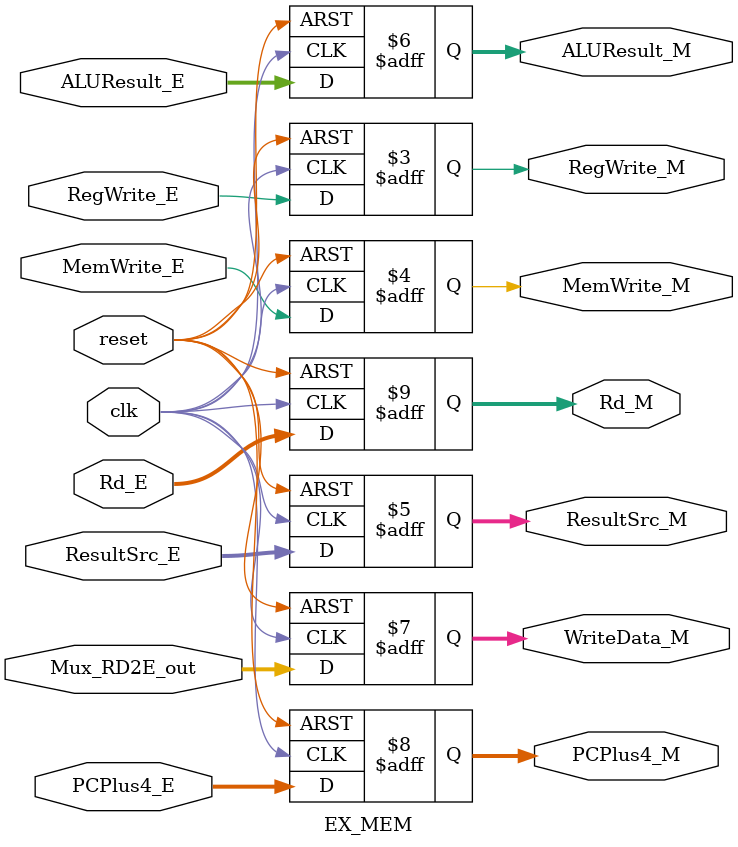
<source format=v>
module EX_MEM (
    input clk,
    input reset,
    input RegWrite_E, MemWrite_E,
    input [1:0] ResultSrc_E,    
    input [31:0] ALUResult_E, Mux_RD2E_out, PCPlus4_E,
    input [31:0] Rd_E,
    output reg RegWrite_M, MemWrite_M,
    output reg [1:0] ResultSrc_M,
    output reg [31:0] ALUResult_M, WriteData_M, PCPlus4_M,
    output reg [31:0] Rd_M
);
    always @(posedge clk or negedge reset) begin
        if (!reset) begin
            RegWrite_M <= 1'b0;
            MemWrite_M <= 1'b0;
            ResultSrc_M <= 2'b00;
            ALUResult_M <= 32'b0;
            WriteData_M <= 32'b0;
            Rd_M <= 32'b0;
            PCPlus4_M <= 32'b0;
        end else begin
            RegWrite_M <= RegWrite_E;
            MemWrite_M <= MemWrite_E;
            ResultSrc_M <= ResultSrc_E;
            ALUResult_M <= ALUResult_E;
            WriteData_M <= Mux_RD2E_out;
            Rd_M <= Rd_E;
            PCPlus4_M <= PCPlus4_E;
        end
    end
endmodule

</source>
